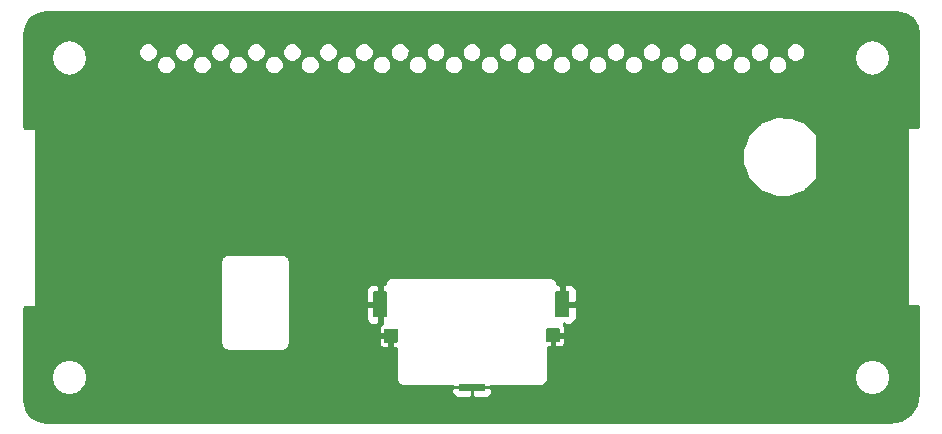
<source format=gtl>
G04 #@! TF.FileFunction,Copper,L1,Top,Signal*
%FSLAX46Y46*%
G04 Gerber Fmt 4.6, Leading zero omitted, Abs format (unit mm)*
G04 Created by KiCad (PCBNEW (2016-09-17 revision 679eef1)-makepkg) date 09/24/16 16:37:27*
%MOMM*%
%LPD*%
G01*
G04 APERTURE LIST*
%ADD10C,0.150000*%
%ADD11C,0.800000*%
%ADD12C,0.254000*%
G04 APERTURE END LIST*
D10*
G36*
X31681762Y-26940578D02*
X31693411Y-26942306D01*
X31704834Y-26945167D01*
X31715922Y-26949134D01*
X31726568Y-26954169D01*
X31736668Y-26960224D01*
X31746127Y-26967239D01*
X31754853Y-26975147D01*
X31762761Y-26983873D01*
X31769776Y-26993332D01*
X31775831Y-27003432D01*
X31780866Y-27014078D01*
X31784833Y-27025166D01*
X31787694Y-27036589D01*
X31789422Y-27048238D01*
X31790000Y-27060000D01*
X31790000Y-28020000D01*
X31789422Y-28031762D01*
X31787694Y-28043411D01*
X31784833Y-28054834D01*
X31780866Y-28065922D01*
X31775831Y-28076568D01*
X31769776Y-28086668D01*
X31762761Y-28096127D01*
X31754853Y-28104853D01*
X31746127Y-28112761D01*
X31736668Y-28119776D01*
X31726568Y-28125831D01*
X31715922Y-28130866D01*
X31704834Y-28134833D01*
X31693411Y-28137694D01*
X31681762Y-28139422D01*
X31670000Y-28140000D01*
X30710000Y-28140000D01*
X30698238Y-28139422D01*
X30686589Y-28137694D01*
X30675166Y-28134833D01*
X30664078Y-28130866D01*
X30653432Y-28125831D01*
X30643332Y-28119776D01*
X30633873Y-28112761D01*
X30625147Y-28104853D01*
X30617239Y-28096127D01*
X30610224Y-28086668D01*
X30604169Y-28076568D01*
X30599134Y-28065922D01*
X30595167Y-28054834D01*
X30592306Y-28043411D01*
X30590578Y-28031762D01*
X30590000Y-28020000D01*
X30590000Y-27060000D01*
X30590578Y-27048238D01*
X30592306Y-27036589D01*
X30595167Y-27025166D01*
X30599134Y-27014078D01*
X30604169Y-27003432D01*
X30610224Y-26993332D01*
X30617239Y-26983873D01*
X30625147Y-26975147D01*
X30633873Y-26967239D01*
X30643332Y-26960224D01*
X30653432Y-26954169D01*
X30664078Y-26949134D01*
X30675166Y-26945167D01*
X30686589Y-26942306D01*
X30698238Y-26940578D01*
X30710000Y-26940000D01*
X31670000Y-26940000D01*
X31681762Y-26940578D01*
X31681762Y-26940578D01*
G37*
G36*
X45421762Y-26910578D02*
X45433411Y-26912306D01*
X45444834Y-26915167D01*
X45455922Y-26919134D01*
X45466568Y-26924169D01*
X45476668Y-26930224D01*
X45486127Y-26937239D01*
X45494853Y-26945147D01*
X45502761Y-26953873D01*
X45509776Y-26963332D01*
X45515831Y-26973432D01*
X45520866Y-26984078D01*
X45524833Y-26995166D01*
X45527694Y-27006589D01*
X45529422Y-27018238D01*
X45530000Y-27030000D01*
X45530000Y-27990000D01*
X45529422Y-28001762D01*
X45527694Y-28013411D01*
X45524833Y-28024834D01*
X45520866Y-28035922D01*
X45515831Y-28046568D01*
X45509776Y-28056668D01*
X45502761Y-28066127D01*
X45494853Y-28074853D01*
X45486127Y-28082761D01*
X45476668Y-28089776D01*
X45466568Y-28095831D01*
X45455922Y-28100866D01*
X45444834Y-28104833D01*
X45433411Y-28107694D01*
X45421762Y-28109422D01*
X45410000Y-28110000D01*
X44450000Y-28110000D01*
X44438238Y-28109422D01*
X44426589Y-28107694D01*
X44415166Y-28104833D01*
X44404078Y-28100866D01*
X44393432Y-28095831D01*
X44383332Y-28089776D01*
X44373873Y-28082761D01*
X44365147Y-28074853D01*
X44357239Y-28066127D01*
X44350224Y-28056668D01*
X44344169Y-28046568D01*
X44339134Y-28035922D01*
X44335167Y-28024834D01*
X44332306Y-28013411D01*
X44330578Y-28001762D01*
X44330000Y-27990000D01*
X44330000Y-27030000D01*
X44330578Y-27018238D01*
X44332306Y-27006589D01*
X44335167Y-26995166D01*
X44339134Y-26984078D01*
X44344169Y-26973432D01*
X44350224Y-26963332D01*
X44357239Y-26953873D01*
X44365147Y-26945147D01*
X44373873Y-26937239D01*
X44383332Y-26930224D01*
X44393432Y-26924169D01*
X44404078Y-26919134D01*
X44415166Y-26915167D01*
X44426589Y-26912306D01*
X44438238Y-26910578D01*
X44450000Y-26910000D01*
X45410000Y-26910000D01*
X45421762Y-26910578D01*
X45421762Y-26910578D01*
G37*
G36*
X39105881Y-31600289D02*
X39111705Y-31601153D01*
X39117417Y-31602584D01*
X39122961Y-31604567D01*
X39128284Y-31607085D01*
X39133334Y-31610112D01*
X39138064Y-31613619D01*
X39142426Y-31617574D01*
X39146381Y-31621936D01*
X39149888Y-31626666D01*
X39152915Y-31631716D01*
X39155433Y-31637039D01*
X39157416Y-31642583D01*
X39158847Y-31648295D01*
X39159711Y-31654119D01*
X39160000Y-31660000D01*
X39160000Y-32140000D01*
X39159711Y-32145881D01*
X39158847Y-32151705D01*
X39157416Y-32157417D01*
X39155433Y-32162961D01*
X39152915Y-32168284D01*
X39149888Y-32173334D01*
X39146381Y-32178064D01*
X39142426Y-32182426D01*
X39138064Y-32186381D01*
X39133334Y-32189888D01*
X39128284Y-32192915D01*
X39122961Y-32195433D01*
X39117417Y-32197416D01*
X39111705Y-32198847D01*
X39105881Y-32199711D01*
X39100000Y-32200000D01*
X37020000Y-32200000D01*
X37014119Y-32199711D01*
X37008295Y-32198847D01*
X37002583Y-32197416D01*
X36997039Y-32195433D01*
X36991716Y-32192915D01*
X36986666Y-32189888D01*
X36981936Y-32186381D01*
X36977574Y-32182426D01*
X36973619Y-32178064D01*
X36970112Y-32173334D01*
X36967085Y-32168284D01*
X36964567Y-32162961D01*
X36962584Y-32157417D01*
X36961153Y-32151705D01*
X36960289Y-32145881D01*
X36960000Y-32140000D01*
X36960000Y-31660000D01*
X36960289Y-31654119D01*
X36961153Y-31648295D01*
X36962584Y-31642583D01*
X36964567Y-31637039D01*
X36967085Y-31631716D01*
X36970112Y-31626666D01*
X36973619Y-31621936D01*
X36977574Y-31617574D01*
X36981936Y-31613619D01*
X36986666Y-31610112D01*
X36991716Y-31607085D01*
X36997039Y-31604567D01*
X37002583Y-31602584D01*
X37008295Y-31601153D01*
X37014119Y-31600289D01*
X37020000Y-31600000D01*
X39100000Y-31600000D01*
X39105881Y-31600289D01*
X39105881Y-31600289D01*
G37*
G36*
X30781762Y-23780578D02*
X30793411Y-23782306D01*
X30804834Y-23785167D01*
X30815922Y-23789134D01*
X30826568Y-23794169D01*
X30836668Y-23800224D01*
X30846127Y-23807239D01*
X30854853Y-23815147D01*
X30862761Y-23823873D01*
X30869776Y-23833332D01*
X30875831Y-23843432D01*
X30880866Y-23854078D01*
X30884833Y-23865166D01*
X30887694Y-23876589D01*
X30889422Y-23888238D01*
X30890000Y-23900000D01*
X30890000Y-25860000D01*
X30889422Y-25871762D01*
X30887694Y-25883411D01*
X30884833Y-25894834D01*
X30880866Y-25905922D01*
X30875831Y-25916568D01*
X30869776Y-25926668D01*
X30862761Y-25936127D01*
X30854853Y-25944853D01*
X30846127Y-25952761D01*
X30836668Y-25959776D01*
X30826568Y-25965831D01*
X30815922Y-25970866D01*
X30804834Y-25974833D01*
X30793411Y-25977694D01*
X30781762Y-25979422D01*
X30770000Y-25980000D01*
X29810000Y-25980000D01*
X29798238Y-25979422D01*
X29786589Y-25977694D01*
X29775166Y-25974833D01*
X29764078Y-25970866D01*
X29753432Y-25965831D01*
X29743332Y-25959776D01*
X29733873Y-25952761D01*
X29725147Y-25944853D01*
X29717239Y-25936127D01*
X29710224Y-25926668D01*
X29704169Y-25916568D01*
X29699134Y-25905922D01*
X29695167Y-25894834D01*
X29692306Y-25883411D01*
X29690578Y-25871762D01*
X29690000Y-25860000D01*
X29690000Y-23900000D01*
X29690578Y-23888238D01*
X29692306Y-23876589D01*
X29695167Y-23865166D01*
X29699134Y-23854078D01*
X29704169Y-23843432D01*
X29710224Y-23833332D01*
X29717239Y-23823873D01*
X29725147Y-23815147D01*
X29733873Y-23807239D01*
X29743332Y-23800224D01*
X29753432Y-23794169D01*
X29764078Y-23789134D01*
X29775166Y-23785167D01*
X29786589Y-23782306D01*
X29798238Y-23780578D01*
X29810000Y-23780000D01*
X30770000Y-23780000D01*
X30781762Y-23780578D01*
X30781762Y-23780578D01*
G37*
D11*
X60510227Y-12373718D03*
X61026029Y-10448718D03*
X62435227Y-9039520D03*
X64360227Y-8523718D03*
X66285227Y-9039520D03*
X67694425Y-10448718D03*
X68210227Y-12373718D03*
X67694425Y-14298718D03*
X66285227Y-15707916D03*
X64360227Y-16223718D03*
X62435227Y-15707916D03*
X61026029Y-14298718D03*
D10*
G36*
X46194501Y-23775579D02*
X46206150Y-23777307D01*
X46217573Y-23780168D01*
X46228661Y-23784135D01*
X46239307Y-23789170D01*
X46249407Y-23795225D01*
X46258866Y-23802240D01*
X46267592Y-23810148D01*
X46275500Y-23818874D01*
X46282515Y-23828333D01*
X46288570Y-23838433D01*
X46293605Y-23849079D01*
X46297572Y-23860167D01*
X46300433Y-23871590D01*
X46302161Y-23883239D01*
X46302739Y-23895001D01*
X46302739Y-25855001D01*
X46302161Y-25866763D01*
X46300433Y-25878412D01*
X46297572Y-25889835D01*
X46293605Y-25900923D01*
X46288570Y-25911569D01*
X46282515Y-25921669D01*
X46275500Y-25931128D01*
X46267592Y-25939854D01*
X46258866Y-25947762D01*
X46249407Y-25954777D01*
X46239307Y-25960832D01*
X46228661Y-25965867D01*
X46217573Y-25969834D01*
X46206150Y-25972695D01*
X46194501Y-25974423D01*
X46182739Y-25975001D01*
X45222739Y-25975001D01*
X45210977Y-25974423D01*
X45199328Y-25972695D01*
X45187905Y-25969834D01*
X45176817Y-25965867D01*
X45166171Y-25960832D01*
X45156071Y-25954777D01*
X45146612Y-25947762D01*
X45137886Y-25939854D01*
X45129978Y-25931128D01*
X45122963Y-25921669D01*
X45116908Y-25911569D01*
X45111873Y-25900923D01*
X45107906Y-25889835D01*
X45105045Y-25878412D01*
X45103317Y-25866763D01*
X45102739Y-25855001D01*
X45102739Y-23895001D01*
X45103317Y-23883239D01*
X45105045Y-23871590D01*
X45107906Y-23860167D01*
X45111873Y-23849079D01*
X45116908Y-23838433D01*
X45122963Y-23828333D01*
X45129978Y-23818874D01*
X45137886Y-23810148D01*
X45146612Y-23802240D01*
X45156071Y-23795225D01*
X45166171Y-23789170D01*
X45176817Y-23784135D01*
X45187905Y-23780168D01*
X45199328Y-23777307D01*
X45210977Y-23775579D01*
X45222739Y-23775001D01*
X46182739Y-23775001D01*
X46194501Y-23775579D01*
X46194501Y-23775579D01*
G37*
D12*
G36*
X74701912Y-281292D02*
X75305443Y-684557D01*
X75708708Y-1288088D01*
X75853000Y-2013495D01*
X75853000Y-9706505D01*
X75838112Y-9781352D01*
X75803361Y-9833360D01*
X75751352Y-9868112D01*
X75676505Y-9883000D01*
X74999999Y-9883000D01*
X74947571Y-9893429D01*
X74903125Y-9923126D01*
X74873428Y-9967572D01*
X74862999Y-10020000D01*
X74863000Y-24860000D01*
X74873429Y-24912428D01*
X74903126Y-24956874D01*
X74947572Y-24986571D01*
X75000000Y-24997000D01*
X75676505Y-24997000D01*
X75751352Y-25011888D01*
X75803361Y-25046640D01*
X75838112Y-25098648D01*
X75853000Y-25173495D01*
X75853000Y-32486505D01*
X75671408Y-33399429D01*
X75161926Y-34161923D01*
X74399429Y-34671408D01*
X73486495Y-34853002D01*
X2013486Y-34862998D01*
X1288088Y-34718708D01*
X684557Y-34315443D01*
X281292Y-33711912D01*
X137000Y-32986505D01*
X137000Y-31035000D01*
X2408000Y-31035000D01*
X2524997Y-31623184D01*
X2858177Y-32121823D01*
X3356816Y-32455003D01*
X3945000Y-32572000D01*
X4533184Y-32455003D01*
X5031823Y-32121823D01*
X5059935Y-32079750D01*
X36333000Y-32079750D01*
X36333000Y-32324718D01*
X36428455Y-32555167D01*
X36604833Y-32731545D01*
X36835282Y-32827000D01*
X37880250Y-32827000D01*
X38037000Y-32670250D01*
X38037000Y-31923000D01*
X38083000Y-31923000D01*
X38083000Y-32670250D01*
X38239750Y-32827000D01*
X39284718Y-32827000D01*
X39515167Y-32731545D01*
X39691545Y-32555167D01*
X39787000Y-32324718D01*
X39787000Y-32079750D01*
X39630250Y-31923000D01*
X38083000Y-31923000D01*
X38037000Y-31923000D01*
X36489750Y-31923000D01*
X36333000Y-32079750D01*
X5059935Y-32079750D01*
X5365003Y-31623184D01*
X5482000Y-31035000D01*
X5365003Y-30446816D01*
X5031823Y-29948177D01*
X4533184Y-29614997D01*
X3945000Y-29498000D01*
X3356816Y-29614997D01*
X2858177Y-29948177D01*
X2524997Y-30446816D01*
X2408000Y-31035000D01*
X137000Y-31035000D01*
X137000Y-25273495D01*
X151888Y-25198648D01*
X186640Y-25146639D01*
X238648Y-25111888D01*
X313495Y-25097000D01*
X990000Y-25097000D01*
X1042428Y-25086571D01*
X1086874Y-25056874D01*
X1116571Y-25012428D01*
X1127000Y-24960000D01*
X1127000Y-21277916D01*
X16758227Y-21277916D01*
X16758227Y-28127916D01*
X16761628Y-28145014D01*
X16761628Y-28162447D01*
X16799688Y-28353789D01*
X16799688Y-28353790D01*
X16826117Y-28417595D01*
X16934502Y-28579804D01*
X16983337Y-28628639D01*
X17145548Y-28737026D01*
X17145549Y-28737027D01*
X17182925Y-28752508D01*
X17209353Y-28763455D01*
X17209354Y-28763455D01*
X17400697Y-28801515D01*
X17418129Y-28801515D01*
X17435227Y-28804916D01*
X21985227Y-28804916D01*
X22002325Y-28801515D01*
X22019758Y-28801515D01*
X22211100Y-28763455D01*
X22211101Y-28763455D01*
X22274906Y-28737026D01*
X22437117Y-28628639D01*
X22485952Y-28579804D01*
X22594337Y-28417595D01*
X22594338Y-28417594D01*
X22620766Y-28353789D01*
X22658826Y-28162446D01*
X22658826Y-28145014D01*
X22662227Y-28127916D01*
X22662227Y-27769750D01*
X30163000Y-27769750D01*
X30163000Y-28224936D01*
X30228007Y-28381876D01*
X30348124Y-28501993D01*
X30505065Y-28567000D01*
X30960250Y-28567000D01*
X31067000Y-28460250D01*
X31067000Y-27663000D01*
X30269750Y-27663000D01*
X30163000Y-27769750D01*
X22662227Y-27769750D01*
X22662227Y-26855064D01*
X30163000Y-26855064D01*
X30163000Y-27310250D01*
X30269750Y-27417000D01*
X31067000Y-27417000D01*
X31067000Y-27397000D01*
X31313000Y-27397000D01*
X31313000Y-27417000D01*
X31333000Y-27417000D01*
X31333000Y-27663000D01*
X31313000Y-27663000D01*
X31313000Y-28460250D01*
X31419750Y-28567000D01*
X31608227Y-28567000D01*
X31608227Y-31127916D01*
X31611628Y-31145014D01*
X31611628Y-31162447D01*
X31649688Y-31353789D01*
X31649688Y-31353790D01*
X31676117Y-31417595D01*
X31784502Y-31579804D01*
X31833337Y-31628639D01*
X31995548Y-31737026D01*
X31995549Y-31737027D01*
X32032925Y-31752508D01*
X32059353Y-31763455D01*
X32059354Y-31763455D01*
X32250697Y-31801515D01*
X32268129Y-31801515D01*
X32285227Y-31804916D01*
X36417666Y-31804916D01*
X36489750Y-31877000D01*
X38037000Y-31877000D01*
X38037000Y-31857000D01*
X38083000Y-31857000D01*
X38083000Y-31877000D01*
X39630250Y-31877000D01*
X39702334Y-31804916D01*
X43835227Y-31804916D01*
X43852325Y-31801515D01*
X43869758Y-31801515D01*
X44061100Y-31763455D01*
X44061101Y-31763455D01*
X44124906Y-31737026D01*
X44287117Y-31628639D01*
X44335952Y-31579804D01*
X44444337Y-31417595D01*
X44444338Y-31417594D01*
X44470766Y-31353789D01*
X44508826Y-31162446D01*
X44508826Y-31145014D01*
X44512227Y-31127916D01*
X44512227Y-31060000D01*
X70383000Y-31060000D01*
X70499997Y-31648184D01*
X70833177Y-32146823D01*
X71331816Y-32480003D01*
X71920000Y-32597000D01*
X72508184Y-32480003D01*
X73006823Y-32146823D01*
X73340003Y-31648184D01*
X73457000Y-31060000D01*
X73340003Y-30471816D01*
X73006823Y-29973177D01*
X72508184Y-29639997D01*
X71920000Y-29523000D01*
X71331816Y-29639997D01*
X70833177Y-29973177D01*
X70499997Y-30471816D01*
X70383000Y-31060000D01*
X44512227Y-31060000D01*
X44512227Y-28537000D01*
X44700250Y-28537000D01*
X44807000Y-28430250D01*
X44807000Y-27633000D01*
X45053000Y-27633000D01*
X45053000Y-28430250D01*
X45159750Y-28537000D01*
X45614935Y-28537000D01*
X45771876Y-28471993D01*
X45891993Y-28351876D01*
X45957000Y-28194936D01*
X45957000Y-27739750D01*
X45850250Y-27633000D01*
X45053000Y-27633000D01*
X44807000Y-27633000D01*
X44787000Y-27633000D01*
X44787000Y-27387000D01*
X44807000Y-27387000D01*
X44807000Y-27367000D01*
X45053000Y-27367000D01*
X45053000Y-27387000D01*
X45850250Y-27387000D01*
X45957000Y-27280250D01*
X45957000Y-26825064D01*
X45891993Y-26668124D01*
X45825741Y-26601872D01*
X45825741Y-26445253D01*
X45982489Y-26602001D01*
X46427457Y-26602001D01*
X46657906Y-26506546D01*
X46834284Y-26330168D01*
X46929739Y-26099719D01*
X46929739Y-25154751D01*
X46772989Y-24998001D01*
X45825739Y-24998001D01*
X45825739Y-25018001D01*
X45579739Y-25018001D01*
X45579739Y-24998001D01*
X45559739Y-24998001D01*
X45559739Y-24752001D01*
X45579739Y-24752001D01*
X45579739Y-23304751D01*
X45825739Y-23304751D01*
X45825739Y-24752001D01*
X46772989Y-24752001D01*
X46929739Y-24595251D01*
X46929739Y-23650283D01*
X46834284Y-23419834D01*
X46657906Y-23243456D01*
X46427457Y-23148001D01*
X45982489Y-23148001D01*
X45825739Y-23304751D01*
X45579739Y-23304751D01*
X45422989Y-23148001D01*
X45299798Y-23148001D01*
X45270766Y-23002043D01*
X45244338Y-22938238D01*
X45244337Y-22938237D01*
X45135950Y-22776026D01*
X45087115Y-22727191D01*
X44924906Y-22618806D01*
X44861101Y-22592377D01*
X44861100Y-22592377D01*
X44669758Y-22554317D01*
X44652325Y-22554317D01*
X44635227Y-22550916D01*
X31335227Y-22550916D01*
X31318129Y-22554317D01*
X31300697Y-22554317D01*
X31109354Y-22592377D01*
X31109353Y-22592377D01*
X31084291Y-22602758D01*
X31045549Y-22618805D01*
X31045548Y-22618806D01*
X30883339Y-22727191D01*
X30834504Y-22776026D01*
X30726117Y-22938237D01*
X30726117Y-22938238D01*
X30699688Y-23002043D01*
X30669661Y-23153000D01*
X30569750Y-23153000D01*
X30413000Y-23309750D01*
X30413000Y-24757000D01*
X30433000Y-24757000D01*
X30433000Y-25003000D01*
X30413000Y-25003000D01*
X30413000Y-26450250D01*
X30484336Y-26521586D01*
X30348124Y-26578007D01*
X30228007Y-26698124D01*
X30163000Y-26855064D01*
X22662227Y-26855064D01*
X22662227Y-25159750D01*
X29063000Y-25159750D01*
X29063000Y-26104718D01*
X29158455Y-26335167D01*
X29334833Y-26511545D01*
X29565282Y-26607000D01*
X30010250Y-26607000D01*
X30167000Y-26450250D01*
X30167000Y-25003000D01*
X29219750Y-25003000D01*
X29063000Y-25159750D01*
X22662227Y-25159750D01*
X22662227Y-23655282D01*
X29063000Y-23655282D01*
X29063000Y-24600250D01*
X29219750Y-24757000D01*
X30167000Y-24757000D01*
X30167000Y-23309750D01*
X30010250Y-23153000D01*
X29565282Y-23153000D01*
X29334833Y-23248455D01*
X29158455Y-23424833D01*
X29063000Y-23655282D01*
X22662227Y-23655282D01*
X22662227Y-21277916D01*
X22658826Y-21260818D01*
X22658826Y-21243386D01*
X22620766Y-21052043D01*
X22594338Y-20988238D01*
X22594337Y-20988237D01*
X22485950Y-20826026D01*
X22437115Y-20777191D01*
X22274906Y-20668806D01*
X22211101Y-20642377D01*
X22211100Y-20642377D01*
X22019758Y-20604317D01*
X22002325Y-20604317D01*
X21985227Y-20600916D01*
X17435227Y-20600916D01*
X17418129Y-20604317D01*
X17400697Y-20604317D01*
X17209354Y-20642377D01*
X17209353Y-20642377D01*
X17184291Y-20652758D01*
X17145549Y-20668805D01*
X17145548Y-20668806D01*
X16983339Y-20777191D01*
X16934504Y-20826026D01*
X16826117Y-20988237D01*
X16826117Y-20988238D01*
X16799688Y-21052043D01*
X16761628Y-21243385D01*
X16761628Y-21260818D01*
X16758227Y-21277916D01*
X1127000Y-21277916D01*
X1127000Y-13002737D01*
X60969175Y-13002737D01*
X60984434Y-13080062D01*
X60984435Y-13080063D01*
X61468018Y-14252551D01*
X61468019Y-14252556D01*
X61473845Y-14261303D01*
X61511708Y-14318156D01*
X61511711Y-14318158D01*
X62407173Y-15216334D01*
X62407175Y-15216337D01*
X62433449Y-15233951D01*
X62472642Y-15260225D01*
X62472647Y-15260226D01*
X63643662Y-15747354D01*
X63643666Y-15747357D01*
X63720944Y-15762850D01*
X64989246Y-15764770D01*
X65066571Y-15749511D01*
X65066573Y-15749509D01*
X66239060Y-15265927D01*
X66239065Y-15265926D01*
X66278441Y-15239702D01*
X66304665Y-15222237D01*
X66304667Y-15222234D01*
X67202846Y-14326769D01*
X67202931Y-14326642D01*
X67203063Y-14326554D01*
X67224979Y-14293755D01*
X67246734Y-14261303D01*
X67246765Y-14261149D01*
X67246851Y-14261020D01*
X67254408Y-14223028D01*
X67262228Y-14184024D01*
X67262197Y-14183868D01*
X67262227Y-14183718D01*
X67262227Y-10563723D01*
X67262228Y-10563718D01*
X67246851Y-10486416D01*
X67203063Y-10420882D01*
X66313063Y-9530882D01*
X66280185Y-9508914D01*
X66247812Y-9487212D01*
X66247530Y-9487095D01*
X66247529Y-9487094D01*
X66247528Y-9487094D01*
X65076789Y-9000080D01*
X65076790Y-9000080D01*
X65076788Y-9000079D01*
X65015003Y-8987692D01*
X64999510Y-8984586D01*
X64999509Y-8984586D01*
X63731208Y-8982666D01*
X63653883Y-8997925D01*
X62481394Y-9481509D01*
X62481389Y-9481510D01*
X62415790Y-9525199D01*
X61517608Y-10420666D01*
X61473720Y-10486133D01*
X61473719Y-10486138D01*
X60986590Y-11657155D01*
X60986588Y-11657157D01*
X60971095Y-11734436D01*
X60969175Y-13002737D01*
X1127000Y-13002737D01*
X1127000Y-10120000D01*
X1116571Y-10067572D01*
X1086874Y-10023126D01*
X1042428Y-9993429D01*
X990000Y-9983000D01*
X313495Y-9983000D01*
X238648Y-9968112D01*
X186640Y-9933361D01*
X151888Y-9881352D01*
X137000Y-9806505D01*
X137000Y-3985000D01*
X2408000Y-3985000D01*
X2524997Y-4573184D01*
X2858177Y-5071823D01*
X3356816Y-5405003D01*
X3945000Y-5522000D01*
X4533184Y-5405003D01*
X5031823Y-5071823D01*
X5237651Y-4763779D01*
X11328357Y-4763779D01*
X11453995Y-5067846D01*
X11686430Y-5300688D01*
X11990278Y-5426856D01*
X12319279Y-5427143D01*
X12623346Y-5301505D01*
X12856188Y-5069070D01*
X12982356Y-4765222D01*
X12982357Y-4763779D01*
X14373857Y-4763779D01*
X14499495Y-5067846D01*
X14731930Y-5300688D01*
X15035778Y-5426856D01*
X15364779Y-5427143D01*
X15668846Y-5301505D01*
X15901688Y-5069070D01*
X16027856Y-4765222D01*
X16027857Y-4763779D01*
X17419357Y-4763779D01*
X17544995Y-5067846D01*
X17777430Y-5300688D01*
X18081278Y-5426856D01*
X18410279Y-5427143D01*
X18714346Y-5301505D01*
X18947188Y-5069070D01*
X19073356Y-4765222D01*
X19073357Y-4763779D01*
X20464857Y-4763779D01*
X20590495Y-5067846D01*
X20822930Y-5300688D01*
X21126778Y-5426856D01*
X21455779Y-5427143D01*
X21759846Y-5301505D01*
X21992688Y-5069070D01*
X22118856Y-4765222D01*
X22118857Y-4763779D01*
X23510357Y-4763779D01*
X23635995Y-5067846D01*
X23868430Y-5300688D01*
X24172278Y-5426856D01*
X24501279Y-5427143D01*
X24805346Y-5301505D01*
X25038188Y-5069070D01*
X25164356Y-4765222D01*
X25164357Y-4763779D01*
X26555857Y-4763779D01*
X26681495Y-5067846D01*
X26913930Y-5300688D01*
X27217778Y-5426856D01*
X27546779Y-5427143D01*
X27850846Y-5301505D01*
X28083688Y-5069070D01*
X28209856Y-4765222D01*
X28209857Y-4763779D01*
X29601357Y-4763779D01*
X29726995Y-5067846D01*
X29959430Y-5300688D01*
X30263278Y-5426856D01*
X30592279Y-5427143D01*
X30896346Y-5301505D01*
X31129188Y-5069070D01*
X31255356Y-4765222D01*
X31255357Y-4763779D01*
X32646857Y-4763779D01*
X32772495Y-5067846D01*
X33004930Y-5300688D01*
X33308778Y-5426856D01*
X33637779Y-5427143D01*
X33941846Y-5301505D01*
X34174688Y-5069070D01*
X34300856Y-4765222D01*
X34300857Y-4763779D01*
X35692357Y-4763779D01*
X35817995Y-5067846D01*
X36050430Y-5300688D01*
X36354278Y-5426856D01*
X36683279Y-5427143D01*
X36987346Y-5301505D01*
X37220188Y-5069070D01*
X37346356Y-4765222D01*
X37346357Y-4763779D01*
X38737857Y-4763779D01*
X38863495Y-5067846D01*
X39095930Y-5300688D01*
X39399778Y-5426856D01*
X39728779Y-5427143D01*
X40032846Y-5301505D01*
X40265688Y-5069070D01*
X40391856Y-4765222D01*
X40391857Y-4763779D01*
X41783357Y-4763779D01*
X41908995Y-5067846D01*
X42141430Y-5300688D01*
X42445278Y-5426856D01*
X42774279Y-5427143D01*
X43078346Y-5301505D01*
X43311188Y-5069070D01*
X43437356Y-4765222D01*
X43437357Y-4763779D01*
X44828857Y-4763779D01*
X44954495Y-5067846D01*
X45186930Y-5300688D01*
X45490778Y-5426856D01*
X45819779Y-5427143D01*
X46123846Y-5301505D01*
X46356688Y-5069070D01*
X46482856Y-4765222D01*
X46482857Y-4763779D01*
X47874357Y-4763779D01*
X47999995Y-5067846D01*
X48232430Y-5300688D01*
X48536278Y-5426856D01*
X48865279Y-5427143D01*
X49169346Y-5301505D01*
X49402188Y-5069070D01*
X49528356Y-4765222D01*
X49528357Y-4763779D01*
X50919857Y-4763779D01*
X51045495Y-5067846D01*
X51277930Y-5300688D01*
X51581778Y-5426856D01*
X51910779Y-5427143D01*
X52214846Y-5301505D01*
X52447688Y-5069070D01*
X52573856Y-4765222D01*
X52573857Y-4763779D01*
X53965357Y-4763779D01*
X54090995Y-5067846D01*
X54323430Y-5300688D01*
X54627278Y-5426856D01*
X54956279Y-5427143D01*
X55260346Y-5301505D01*
X55493188Y-5069070D01*
X55619356Y-4765222D01*
X55619357Y-4763779D01*
X57010857Y-4763779D01*
X57136495Y-5067846D01*
X57368930Y-5300688D01*
X57672778Y-5426856D01*
X58001779Y-5427143D01*
X58305846Y-5301505D01*
X58538688Y-5069070D01*
X58664856Y-4765222D01*
X58664857Y-4763779D01*
X60056357Y-4763779D01*
X60181995Y-5067846D01*
X60414430Y-5300688D01*
X60718278Y-5426856D01*
X61047279Y-5427143D01*
X61351346Y-5301505D01*
X61584188Y-5069070D01*
X61710356Y-4765222D01*
X61710357Y-4763779D01*
X63101857Y-4763779D01*
X63227495Y-5067846D01*
X63459930Y-5300688D01*
X63763778Y-5426856D01*
X64092779Y-5427143D01*
X64396846Y-5301505D01*
X64629688Y-5069070D01*
X64755856Y-4765222D01*
X64756143Y-4436221D01*
X64630505Y-4132154D01*
X64398070Y-3899312D01*
X64094222Y-3773144D01*
X63765221Y-3772857D01*
X63461154Y-3898495D01*
X63228312Y-4130930D01*
X63102144Y-4434778D01*
X63101857Y-4763779D01*
X61710357Y-4763779D01*
X61710643Y-4436221D01*
X61585005Y-4132154D01*
X61352570Y-3899312D01*
X61048722Y-3773144D01*
X60719721Y-3772857D01*
X60415654Y-3898495D01*
X60182812Y-4130930D01*
X60056644Y-4434778D01*
X60056357Y-4763779D01*
X58664857Y-4763779D01*
X58665143Y-4436221D01*
X58539505Y-4132154D01*
X58307070Y-3899312D01*
X58003222Y-3773144D01*
X57674221Y-3772857D01*
X57370154Y-3898495D01*
X57137312Y-4130930D01*
X57011144Y-4434778D01*
X57010857Y-4763779D01*
X55619357Y-4763779D01*
X55619643Y-4436221D01*
X55494005Y-4132154D01*
X55261570Y-3899312D01*
X54957722Y-3773144D01*
X54628721Y-3772857D01*
X54324654Y-3898495D01*
X54091812Y-4130930D01*
X53965644Y-4434778D01*
X53965357Y-4763779D01*
X52573857Y-4763779D01*
X52574143Y-4436221D01*
X52448505Y-4132154D01*
X52216070Y-3899312D01*
X51912222Y-3773144D01*
X51583221Y-3772857D01*
X51279154Y-3898495D01*
X51046312Y-4130930D01*
X50920144Y-4434778D01*
X50919857Y-4763779D01*
X49528357Y-4763779D01*
X49528643Y-4436221D01*
X49403005Y-4132154D01*
X49170570Y-3899312D01*
X48866722Y-3773144D01*
X48537721Y-3772857D01*
X48233654Y-3898495D01*
X48000812Y-4130930D01*
X47874644Y-4434778D01*
X47874357Y-4763779D01*
X46482857Y-4763779D01*
X46483143Y-4436221D01*
X46357505Y-4132154D01*
X46125070Y-3899312D01*
X45821222Y-3773144D01*
X45492221Y-3772857D01*
X45188154Y-3898495D01*
X44955312Y-4130930D01*
X44829144Y-4434778D01*
X44828857Y-4763779D01*
X43437357Y-4763779D01*
X43437643Y-4436221D01*
X43312005Y-4132154D01*
X43079570Y-3899312D01*
X42775722Y-3773144D01*
X42446721Y-3772857D01*
X42142654Y-3898495D01*
X41909812Y-4130930D01*
X41783644Y-4434778D01*
X41783357Y-4763779D01*
X40391857Y-4763779D01*
X40392143Y-4436221D01*
X40266505Y-4132154D01*
X40034070Y-3899312D01*
X39730222Y-3773144D01*
X39401221Y-3772857D01*
X39097154Y-3898495D01*
X38864312Y-4130930D01*
X38738144Y-4434778D01*
X38737857Y-4763779D01*
X37346357Y-4763779D01*
X37346643Y-4436221D01*
X37221005Y-4132154D01*
X36988570Y-3899312D01*
X36684722Y-3773144D01*
X36355721Y-3772857D01*
X36051654Y-3898495D01*
X35818812Y-4130930D01*
X35692644Y-4434778D01*
X35692357Y-4763779D01*
X34300857Y-4763779D01*
X34301143Y-4436221D01*
X34175505Y-4132154D01*
X33943070Y-3899312D01*
X33639222Y-3773144D01*
X33310221Y-3772857D01*
X33006154Y-3898495D01*
X32773312Y-4130930D01*
X32647144Y-4434778D01*
X32646857Y-4763779D01*
X31255357Y-4763779D01*
X31255643Y-4436221D01*
X31130005Y-4132154D01*
X30897570Y-3899312D01*
X30593722Y-3773144D01*
X30264721Y-3772857D01*
X29960654Y-3898495D01*
X29727812Y-4130930D01*
X29601644Y-4434778D01*
X29601357Y-4763779D01*
X28209857Y-4763779D01*
X28210143Y-4436221D01*
X28084505Y-4132154D01*
X27852070Y-3899312D01*
X27548222Y-3773144D01*
X27219221Y-3772857D01*
X26915154Y-3898495D01*
X26682312Y-4130930D01*
X26556144Y-4434778D01*
X26555857Y-4763779D01*
X25164357Y-4763779D01*
X25164643Y-4436221D01*
X25039005Y-4132154D01*
X24806570Y-3899312D01*
X24502722Y-3773144D01*
X24173721Y-3772857D01*
X23869654Y-3898495D01*
X23636812Y-4130930D01*
X23510644Y-4434778D01*
X23510357Y-4763779D01*
X22118857Y-4763779D01*
X22119143Y-4436221D01*
X21993505Y-4132154D01*
X21761070Y-3899312D01*
X21457222Y-3773144D01*
X21128221Y-3772857D01*
X20824154Y-3898495D01*
X20591312Y-4130930D01*
X20465144Y-4434778D01*
X20464857Y-4763779D01*
X19073357Y-4763779D01*
X19073643Y-4436221D01*
X18948005Y-4132154D01*
X18715570Y-3899312D01*
X18411722Y-3773144D01*
X18082721Y-3772857D01*
X17778654Y-3898495D01*
X17545812Y-4130930D01*
X17419644Y-4434778D01*
X17419357Y-4763779D01*
X16027857Y-4763779D01*
X16028143Y-4436221D01*
X15902505Y-4132154D01*
X15670070Y-3899312D01*
X15366222Y-3773144D01*
X15037221Y-3772857D01*
X14733154Y-3898495D01*
X14500312Y-4130930D01*
X14374144Y-4434778D01*
X14373857Y-4763779D01*
X12982357Y-4763779D01*
X12982643Y-4436221D01*
X12857005Y-4132154D01*
X12624570Y-3899312D01*
X12320722Y-3773144D01*
X11991721Y-3772857D01*
X11687654Y-3898495D01*
X11454812Y-4130930D01*
X11328644Y-4434778D01*
X11328357Y-4763779D01*
X5237651Y-4763779D01*
X5365003Y-4573184D01*
X5482000Y-3985000D01*
X5426062Y-3703779D01*
X9808357Y-3703779D01*
X9933995Y-4007846D01*
X10166430Y-4240688D01*
X10470278Y-4366856D01*
X10799279Y-4367143D01*
X11103346Y-4241505D01*
X11336188Y-4009070D01*
X11462356Y-3705222D01*
X11462357Y-3703779D01*
X12853857Y-3703779D01*
X12979495Y-4007846D01*
X13211930Y-4240688D01*
X13515778Y-4366856D01*
X13844779Y-4367143D01*
X14148846Y-4241505D01*
X14381688Y-4009070D01*
X14507856Y-3705222D01*
X14507857Y-3703779D01*
X15899357Y-3703779D01*
X16024995Y-4007846D01*
X16257430Y-4240688D01*
X16561278Y-4366856D01*
X16890279Y-4367143D01*
X17194346Y-4241505D01*
X17427188Y-4009070D01*
X17553356Y-3705222D01*
X17553357Y-3703779D01*
X18944857Y-3703779D01*
X19070495Y-4007846D01*
X19302930Y-4240688D01*
X19606778Y-4366856D01*
X19935779Y-4367143D01*
X20239846Y-4241505D01*
X20472688Y-4009070D01*
X20598856Y-3705222D01*
X20598857Y-3703779D01*
X21990357Y-3703779D01*
X22115995Y-4007846D01*
X22348430Y-4240688D01*
X22652278Y-4366856D01*
X22981279Y-4367143D01*
X23285346Y-4241505D01*
X23518188Y-4009070D01*
X23644356Y-3705222D01*
X23644357Y-3703779D01*
X25035857Y-3703779D01*
X25161495Y-4007846D01*
X25393930Y-4240688D01*
X25697778Y-4366856D01*
X26026779Y-4367143D01*
X26330846Y-4241505D01*
X26563688Y-4009070D01*
X26689856Y-3705222D01*
X26689857Y-3703779D01*
X28081357Y-3703779D01*
X28206995Y-4007846D01*
X28439430Y-4240688D01*
X28743278Y-4366856D01*
X29072279Y-4367143D01*
X29376346Y-4241505D01*
X29609188Y-4009070D01*
X29735356Y-3705222D01*
X29735357Y-3703779D01*
X31126857Y-3703779D01*
X31252495Y-4007846D01*
X31484930Y-4240688D01*
X31788778Y-4366856D01*
X32117779Y-4367143D01*
X32421846Y-4241505D01*
X32654688Y-4009070D01*
X32780856Y-3705222D01*
X32780857Y-3703779D01*
X34172357Y-3703779D01*
X34297995Y-4007846D01*
X34530430Y-4240688D01*
X34834278Y-4366856D01*
X35163279Y-4367143D01*
X35467346Y-4241505D01*
X35700188Y-4009070D01*
X35826356Y-3705222D01*
X35826357Y-3703779D01*
X37217857Y-3703779D01*
X37343495Y-4007846D01*
X37575930Y-4240688D01*
X37879778Y-4366856D01*
X38208779Y-4367143D01*
X38512846Y-4241505D01*
X38745688Y-4009070D01*
X38871856Y-3705222D01*
X38871857Y-3703779D01*
X40263357Y-3703779D01*
X40388995Y-4007846D01*
X40621430Y-4240688D01*
X40925278Y-4366856D01*
X41254279Y-4367143D01*
X41558346Y-4241505D01*
X41791188Y-4009070D01*
X41917356Y-3705222D01*
X41917357Y-3703779D01*
X43308857Y-3703779D01*
X43434495Y-4007846D01*
X43666930Y-4240688D01*
X43970778Y-4366856D01*
X44299779Y-4367143D01*
X44603846Y-4241505D01*
X44836688Y-4009070D01*
X44962856Y-3705222D01*
X44962857Y-3703779D01*
X46354357Y-3703779D01*
X46479995Y-4007846D01*
X46712430Y-4240688D01*
X47016278Y-4366856D01*
X47345279Y-4367143D01*
X47649346Y-4241505D01*
X47882188Y-4009070D01*
X48008356Y-3705222D01*
X48008357Y-3703779D01*
X49399857Y-3703779D01*
X49525495Y-4007846D01*
X49757930Y-4240688D01*
X50061778Y-4366856D01*
X50390779Y-4367143D01*
X50694846Y-4241505D01*
X50927688Y-4009070D01*
X51053856Y-3705222D01*
X51053857Y-3703779D01*
X52445357Y-3703779D01*
X52570995Y-4007846D01*
X52803430Y-4240688D01*
X53107278Y-4366856D01*
X53436279Y-4367143D01*
X53740346Y-4241505D01*
X53973188Y-4009070D01*
X54099356Y-3705222D01*
X54099357Y-3703779D01*
X55490857Y-3703779D01*
X55616495Y-4007846D01*
X55848930Y-4240688D01*
X56152778Y-4366856D01*
X56481779Y-4367143D01*
X56785846Y-4241505D01*
X57018688Y-4009070D01*
X57144856Y-3705222D01*
X57144857Y-3703779D01*
X58536357Y-3703779D01*
X58661995Y-4007846D01*
X58894430Y-4240688D01*
X59198278Y-4366856D01*
X59527279Y-4367143D01*
X59831346Y-4241505D01*
X60064188Y-4009070D01*
X60190356Y-3705222D01*
X60190357Y-3703779D01*
X61581857Y-3703779D01*
X61707495Y-4007846D01*
X61939930Y-4240688D01*
X62243778Y-4366856D01*
X62572779Y-4367143D01*
X62876846Y-4241505D01*
X63109688Y-4009070D01*
X63235856Y-3705222D01*
X63235857Y-3703779D01*
X64627357Y-3703779D01*
X64752995Y-4007846D01*
X64985430Y-4240688D01*
X65289278Y-4366856D01*
X65618279Y-4367143D01*
X65922346Y-4241505D01*
X66155188Y-4009070D01*
X66165182Y-3985000D01*
X70408000Y-3985000D01*
X70524997Y-4573184D01*
X70858177Y-5071823D01*
X71356816Y-5405003D01*
X71945000Y-5522000D01*
X72533184Y-5405003D01*
X73031823Y-5071823D01*
X73365003Y-4573184D01*
X73482000Y-3985000D01*
X73365003Y-3396816D01*
X73031823Y-2898177D01*
X72533184Y-2564997D01*
X71945000Y-2448000D01*
X71356816Y-2564997D01*
X70858177Y-2898177D01*
X70524997Y-3396816D01*
X70408000Y-3985000D01*
X66165182Y-3985000D01*
X66281356Y-3705222D01*
X66281643Y-3376221D01*
X66156005Y-3072154D01*
X65923570Y-2839312D01*
X65619722Y-2713144D01*
X65290721Y-2712857D01*
X64986654Y-2838495D01*
X64753812Y-3070930D01*
X64627644Y-3374778D01*
X64627357Y-3703779D01*
X63235857Y-3703779D01*
X63236143Y-3376221D01*
X63110505Y-3072154D01*
X62878070Y-2839312D01*
X62574222Y-2713144D01*
X62245221Y-2712857D01*
X61941154Y-2838495D01*
X61708312Y-3070930D01*
X61582144Y-3374778D01*
X61581857Y-3703779D01*
X60190357Y-3703779D01*
X60190643Y-3376221D01*
X60065005Y-3072154D01*
X59832570Y-2839312D01*
X59528722Y-2713144D01*
X59199721Y-2712857D01*
X58895654Y-2838495D01*
X58662812Y-3070930D01*
X58536644Y-3374778D01*
X58536357Y-3703779D01*
X57144857Y-3703779D01*
X57145143Y-3376221D01*
X57019505Y-3072154D01*
X56787070Y-2839312D01*
X56483222Y-2713144D01*
X56154221Y-2712857D01*
X55850154Y-2838495D01*
X55617312Y-3070930D01*
X55491144Y-3374778D01*
X55490857Y-3703779D01*
X54099357Y-3703779D01*
X54099643Y-3376221D01*
X53974005Y-3072154D01*
X53741570Y-2839312D01*
X53437722Y-2713144D01*
X53108721Y-2712857D01*
X52804654Y-2838495D01*
X52571812Y-3070930D01*
X52445644Y-3374778D01*
X52445357Y-3703779D01*
X51053857Y-3703779D01*
X51054143Y-3376221D01*
X50928505Y-3072154D01*
X50696070Y-2839312D01*
X50392222Y-2713144D01*
X50063221Y-2712857D01*
X49759154Y-2838495D01*
X49526312Y-3070930D01*
X49400144Y-3374778D01*
X49399857Y-3703779D01*
X48008357Y-3703779D01*
X48008643Y-3376221D01*
X47883005Y-3072154D01*
X47650570Y-2839312D01*
X47346722Y-2713144D01*
X47017721Y-2712857D01*
X46713654Y-2838495D01*
X46480812Y-3070930D01*
X46354644Y-3374778D01*
X46354357Y-3703779D01*
X44962857Y-3703779D01*
X44963143Y-3376221D01*
X44837505Y-3072154D01*
X44605070Y-2839312D01*
X44301222Y-2713144D01*
X43972221Y-2712857D01*
X43668154Y-2838495D01*
X43435312Y-3070930D01*
X43309144Y-3374778D01*
X43308857Y-3703779D01*
X41917357Y-3703779D01*
X41917643Y-3376221D01*
X41792005Y-3072154D01*
X41559570Y-2839312D01*
X41255722Y-2713144D01*
X40926721Y-2712857D01*
X40622654Y-2838495D01*
X40389812Y-3070930D01*
X40263644Y-3374778D01*
X40263357Y-3703779D01*
X38871857Y-3703779D01*
X38872143Y-3376221D01*
X38746505Y-3072154D01*
X38514070Y-2839312D01*
X38210222Y-2713144D01*
X37881221Y-2712857D01*
X37577154Y-2838495D01*
X37344312Y-3070930D01*
X37218144Y-3374778D01*
X37217857Y-3703779D01*
X35826357Y-3703779D01*
X35826643Y-3376221D01*
X35701005Y-3072154D01*
X35468570Y-2839312D01*
X35164722Y-2713144D01*
X34835721Y-2712857D01*
X34531654Y-2838495D01*
X34298812Y-3070930D01*
X34172644Y-3374778D01*
X34172357Y-3703779D01*
X32780857Y-3703779D01*
X32781143Y-3376221D01*
X32655505Y-3072154D01*
X32423070Y-2839312D01*
X32119222Y-2713144D01*
X31790221Y-2712857D01*
X31486154Y-2838495D01*
X31253312Y-3070930D01*
X31127144Y-3374778D01*
X31126857Y-3703779D01*
X29735357Y-3703779D01*
X29735643Y-3376221D01*
X29610005Y-3072154D01*
X29377570Y-2839312D01*
X29073722Y-2713144D01*
X28744721Y-2712857D01*
X28440654Y-2838495D01*
X28207812Y-3070930D01*
X28081644Y-3374778D01*
X28081357Y-3703779D01*
X26689857Y-3703779D01*
X26690143Y-3376221D01*
X26564505Y-3072154D01*
X26332070Y-2839312D01*
X26028222Y-2713144D01*
X25699221Y-2712857D01*
X25395154Y-2838495D01*
X25162312Y-3070930D01*
X25036144Y-3374778D01*
X25035857Y-3703779D01*
X23644357Y-3703779D01*
X23644643Y-3376221D01*
X23519005Y-3072154D01*
X23286570Y-2839312D01*
X22982722Y-2713144D01*
X22653721Y-2712857D01*
X22349654Y-2838495D01*
X22116812Y-3070930D01*
X21990644Y-3374778D01*
X21990357Y-3703779D01*
X20598857Y-3703779D01*
X20599143Y-3376221D01*
X20473505Y-3072154D01*
X20241070Y-2839312D01*
X19937222Y-2713144D01*
X19608221Y-2712857D01*
X19304154Y-2838495D01*
X19071312Y-3070930D01*
X18945144Y-3374778D01*
X18944857Y-3703779D01*
X17553357Y-3703779D01*
X17553643Y-3376221D01*
X17428005Y-3072154D01*
X17195570Y-2839312D01*
X16891722Y-2713144D01*
X16562721Y-2712857D01*
X16258654Y-2838495D01*
X16025812Y-3070930D01*
X15899644Y-3374778D01*
X15899357Y-3703779D01*
X14507857Y-3703779D01*
X14508143Y-3376221D01*
X14382505Y-3072154D01*
X14150070Y-2839312D01*
X13846222Y-2713144D01*
X13517221Y-2712857D01*
X13213154Y-2838495D01*
X12980312Y-3070930D01*
X12854144Y-3374778D01*
X12853857Y-3703779D01*
X11462357Y-3703779D01*
X11462643Y-3376221D01*
X11337005Y-3072154D01*
X11104570Y-2839312D01*
X10800722Y-2713144D01*
X10471721Y-2712857D01*
X10167654Y-2838495D01*
X9934812Y-3070930D01*
X9808644Y-3374778D01*
X9808357Y-3703779D01*
X5426062Y-3703779D01*
X5365003Y-3396816D01*
X5031823Y-2898177D01*
X4533184Y-2564997D01*
X3945000Y-2448000D01*
X3356816Y-2564997D01*
X2858177Y-2898177D01*
X2524997Y-3396816D01*
X2408000Y-3985000D01*
X137000Y-3985000D01*
X137000Y-2013496D01*
X281292Y-1288089D01*
X684557Y-684558D01*
X1288085Y-281293D01*
X2013494Y-137000D01*
X73976505Y-137000D01*
X74701912Y-281292D01*
X74701912Y-281292D01*
G37*
X74701912Y-281292D02*
X75305443Y-684557D01*
X75708708Y-1288088D01*
X75853000Y-2013495D01*
X75853000Y-9706505D01*
X75838112Y-9781352D01*
X75803361Y-9833360D01*
X75751352Y-9868112D01*
X75676505Y-9883000D01*
X74999999Y-9883000D01*
X74947571Y-9893429D01*
X74903125Y-9923126D01*
X74873428Y-9967572D01*
X74862999Y-10020000D01*
X74863000Y-24860000D01*
X74873429Y-24912428D01*
X74903126Y-24956874D01*
X74947572Y-24986571D01*
X75000000Y-24997000D01*
X75676505Y-24997000D01*
X75751352Y-25011888D01*
X75803361Y-25046640D01*
X75838112Y-25098648D01*
X75853000Y-25173495D01*
X75853000Y-32486505D01*
X75671408Y-33399429D01*
X75161926Y-34161923D01*
X74399429Y-34671408D01*
X73486495Y-34853002D01*
X2013486Y-34862998D01*
X1288088Y-34718708D01*
X684557Y-34315443D01*
X281292Y-33711912D01*
X137000Y-32986505D01*
X137000Y-31035000D01*
X2408000Y-31035000D01*
X2524997Y-31623184D01*
X2858177Y-32121823D01*
X3356816Y-32455003D01*
X3945000Y-32572000D01*
X4533184Y-32455003D01*
X5031823Y-32121823D01*
X5059935Y-32079750D01*
X36333000Y-32079750D01*
X36333000Y-32324718D01*
X36428455Y-32555167D01*
X36604833Y-32731545D01*
X36835282Y-32827000D01*
X37880250Y-32827000D01*
X38037000Y-32670250D01*
X38037000Y-31923000D01*
X38083000Y-31923000D01*
X38083000Y-32670250D01*
X38239750Y-32827000D01*
X39284718Y-32827000D01*
X39515167Y-32731545D01*
X39691545Y-32555167D01*
X39787000Y-32324718D01*
X39787000Y-32079750D01*
X39630250Y-31923000D01*
X38083000Y-31923000D01*
X38037000Y-31923000D01*
X36489750Y-31923000D01*
X36333000Y-32079750D01*
X5059935Y-32079750D01*
X5365003Y-31623184D01*
X5482000Y-31035000D01*
X5365003Y-30446816D01*
X5031823Y-29948177D01*
X4533184Y-29614997D01*
X3945000Y-29498000D01*
X3356816Y-29614997D01*
X2858177Y-29948177D01*
X2524997Y-30446816D01*
X2408000Y-31035000D01*
X137000Y-31035000D01*
X137000Y-25273495D01*
X151888Y-25198648D01*
X186640Y-25146639D01*
X238648Y-25111888D01*
X313495Y-25097000D01*
X990000Y-25097000D01*
X1042428Y-25086571D01*
X1086874Y-25056874D01*
X1116571Y-25012428D01*
X1127000Y-24960000D01*
X1127000Y-21277916D01*
X16758227Y-21277916D01*
X16758227Y-28127916D01*
X16761628Y-28145014D01*
X16761628Y-28162447D01*
X16799688Y-28353789D01*
X16799688Y-28353790D01*
X16826117Y-28417595D01*
X16934502Y-28579804D01*
X16983337Y-28628639D01*
X17145548Y-28737026D01*
X17145549Y-28737027D01*
X17182925Y-28752508D01*
X17209353Y-28763455D01*
X17209354Y-28763455D01*
X17400697Y-28801515D01*
X17418129Y-28801515D01*
X17435227Y-28804916D01*
X21985227Y-28804916D01*
X22002325Y-28801515D01*
X22019758Y-28801515D01*
X22211100Y-28763455D01*
X22211101Y-28763455D01*
X22274906Y-28737026D01*
X22437117Y-28628639D01*
X22485952Y-28579804D01*
X22594337Y-28417595D01*
X22594338Y-28417594D01*
X22620766Y-28353789D01*
X22658826Y-28162446D01*
X22658826Y-28145014D01*
X22662227Y-28127916D01*
X22662227Y-27769750D01*
X30163000Y-27769750D01*
X30163000Y-28224936D01*
X30228007Y-28381876D01*
X30348124Y-28501993D01*
X30505065Y-28567000D01*
X30960250Y-28567000D01*
X31067000Y-28460250D01*
X31067000Y-27663000D01*
X30269750Y-27663000D01*
X30163000Y-27769750D01*
X22662227Y-27769750D01*
X22662227Y-26855064D01*
X30163000Y-26855064D01*
X30163000Y-27310250D01*
X30269750Y-27417000D01*
X31067000Y-27417000D01*
X31067000Y-27397000D01*
X31313000Y-27397000D01*
X31313000Y-27417000D01*
X31333000Y-27417000D01*
X31333000Y-27663000D01*
X31313000Y-27663000D01*
X31313000Y-28460250D01*
X31419750Y-28567000D01*
X31608227Y-28567000D01*
X31608227Y-31127916D01*
X31611628Y-31145014D01*
X31611628Y-31162447D01*
X31649688Y-31353789D01*
X31649688Y-31353790D01*
X31676117Y-31417595D01*
X31784502Y-31579804D01*
X31833337Y-31628639D01*
X31995548Y-31737026D01*
X31995549Y-31737027D01*
X32032925Y-31752508D01*
X32059353Y-31763455D01*
X32059354Y-31763455D01*
X32250697Y-31801515D01*
X32268129Y-31801515D01*
X32285227Y-31804916D01*
X36417666Y-31804916D01*
X36489750Y-31877000D01*
X38037000Y-31877000D01*
X38037000Y-31857000D01*
X38083000Y-31857000D01*
X38083000Y-31877000D01*
X39630250Y-31877000D01*
X39702334Y-31804916D01*
X43835227Y-31804916D01*
X43852325Y-31801515D01*
X43869758Y-31801515D01*
X44061100Y-31763455D01*
X44061101Y-31763455D01*
X44124906Y-31737026D01*
X44287117Y-31628639D01*
X44335952Y-31579804D01*
X44444337Y-31417595D01*
X44444338Y-31417594D01*
X44470766Y-31353789D01*
X44508826Y-31162446D01*
X44508826Y-31145014D01*
X44512227Y-31127916D01*
X44512227Y-31060000D01*
X70383000Y-31060000D01*
X70499997Y-31648184D01*
X70833177Y-32146823D01*
X71331816Y-32480003D01*
X71920000Y-32597000D01*
X72508184Y-32480003D01*
X73006823Y-32146823D01*
X73340003Y-31648184D01*
X73457000Y-31060000D01*
X73340003Y-30471816D01*
X73006823Y-29973177D01*
X72508184Y-29639997D01*
X71920000Y-29523000D01*
X71331816Y-29639997D01*
X70833177Y-29973177D01*
X70499997Y-30471816D01*
X70383000Y-31060000D01*
X44512227Y-31060000D01*
X44512227Y-28537000D01*
X44700250Y-28537000D01*
X44807000Y-28430250D01*
X44807000Y-27633000D01*
X45053000Y-27633000D01*
X45053000Y-28430250D01*
X45159750Y-28537000D01*
X45614935Y-28537000D01*
X45771876Y-28471993D01*
X45891993Y-28351876D01*
X45957000Y-28194936D01*
X45957000Y-27739750D01*
X45850250Y-27633000D01*
X45053000Y-27633000D01*
X44807000Y-27633000D01*
X44787000Y-27633000D01*
X44787000Y-27387000D01*
X44807000Y-27387000D01*
X44807000Y-27367000D01*
X45053000Y-27367000D01*
X45053000Y-27387000D01*
X45850250Y-27387000D01*
X45957000Y-27280250D01*
X45957000Y-26825064D01*
X45891993Y-26668124D01*
X45825741Y-26601872D01*
X45825741Y-26445253D01*
X45982489Y-26602001D01*
X46427457Y-26602001D01*
X46657906Y-26506546D01*
X46834284Y-26330168D01*
X46929739Y-26099719D01*
X46929739Y-25154751D01*
X46772989Y-24998001D01*
X45825739Y-24998001D01*
X45825739Y-25018001D01*
X45579739Y-25018001D01*
X45579739Y-24998001D01*
X45559739Y-24998001D01*
X45559739Y-24752001D01*
X45579739Y-24752001D01*
X45579739Y-23304751D01*
X45825739Y-23304751D01*
X45825739Y-24752001D01*
X46772989Y-24752001D01*
X46929739Y-24595251D01*
X46929739Y-23650283D01*
X46834284Y-23419834D01*
X46657906Y-23243456D01*
X46427457Y-23148001D01*
X45982489Y-23148001D01*
X45825739Y-23304751D01*
X45579739Y-23304751D01*
X45422989Y-23148001D01*
X45299798Y-23148001D01*
X45270766Y-23002043D01*
X45244338Y-22938238D01*
X45244337Y-22938237D01*
X45135950Y-22776026D01*
X45087115Y-22727191D01*
X44924906Y-22618806D01*
X44861101Y-22592377D01*
X44861100Y-22592377D01*
X44669758Y-22554317D01*
X44652325Y-22554317D01*
X44635227Y-22550916D01*
X31335227Y-22550916D01*
X31318129Y-22554317D01*
X31300697Y-22554317D01*
X31109354Y-22592377D01*
X31109353Y-22592377D01*
X31084291Y-22602758D01*
X31045549Y-22618805D01*
X31045548Y-22618806D01*
X30883339Y-22727191D01*
X30834504Y-22776026D01*
X30726117Y-22938237D01*
X30726117Y-22938238D01*
X30699688Y-23002043D01*
X30669661Y-23153000D01*
X30569750Y-23153000D01*
X30413000Y-23309750D01*
X30413000Y-24757000D01*
X30433000Y-24757000D01*
X30433000Y-25003000D01*
X30413000Y-25003000D01*
X30413000Y-26450250D01*
X30484336Y-26521586D01*
X30348124Y-26578007D01*
X30228007Y-26698124D01*
X30163000Y-26855064D01*
X22662227Y-26855064D01*
X22662227Y-25159750D01*
X29063000Y-25159750D01*
X29063000Y-26104718D01*
X29158455Y-26335167D01*
X29334833Y-26511545D01*
X29565282Y-26607000D01*
X30010250Y-26607000D01*
X30167000Y-26450250D01*
X30167000Y-25003000D01*
X29219750Y-25003000D01*
X29063000Y-25159750D01*
X22662227Y-25159750D01*
X22662227Y-23655282D01*
X29063000Y-23655282D01*
X29063000Y-24600250D01*
X29219750Y-24757000D01*
X30167000Y-24757000D01*
X30167000Y-23309750D01*
X30010250Y-23153000D01*
X29565282Y-23153000D01*
X29334833Y-23248455D01*
X29158455Y-23424833D01*
X29063000Y-23655282D01*
X22662227Y-23655282D01*
X22662227Y-21277916D01*
X22658826Y-21260818D01*
X22658826Y-21243386D01*
X22620766Y-21052043D01*
X22594338Y-20988238D01*
X22594337Y-20988237D01*
X22485950Y-20826026D01*
X22437115Y-20777191D01*
X22274906Y-20668806D01*
X22211101Y-20642377D01*
X22211100Y-20642377D01*
X22019758Y-20604317D01*
X22002325Y-20604317D01*
X21985227Y-20600916D01*
X17435227Y-20600916D01*
X17418129Y-20604317D01*
X17400697Y-20604317D01*
X17209354Y-20642377D01*
X17209353Y-20642377D01*
X17184291Y-20652758D01*
X17145549Y-20668805D01*
X17145548Y-20668806D01*
X16983339Y-20777191D01*
X16934504Y-20826026D01*
X16826117Y-20988237D01*
X16826117Y-20988238D01*
X16799688Y-21052043D01*
X16761628Y-21243385D01*
X16761628Y-21260818D01*
X16758227Y-21277916D01*
X1127000Y-21277916D01*
X1127000Y-13002737D01*
X60969175Y-13002737D01*
X60984434Y-13080062D01*
X60984435Y-13080063D01*
X61468018Y-14252551D01*
X61468019Y-14252556D01*
X61473845Y-14261303D01*
X61511708Y-14318156D01*
X61511711Y-14318158D01*
X62407173Y-15216334D01*
X62407175Y-15216337D01*
X62433449Y-15233951D01*
X62472642Y-15260225D01*
X62472647Y-15260226D01*
X63643662Y-15747354D01*
X63643666Y-15747357D01*
X63720944Y-15762850D01*
X64989246Y-15764770D01*
X65066571Y-15749511D01*
X65066573Y-15749509D01*
X66239060Y-15265927D01*
X66239065Y-15265926D01*
X66278441Y-15239702D01*
X66304665Y-15222237D01*
X66304667Y-15222234D01*
X67202846Y-14326769D01*
X67202931Y-14326642D01*
X67203063Y-14326554D01*
X67224979Y-14293755D01*
X67246734Y-14261303D01*
X67246765Y-14261149D01*
X67246851Y-14261020D01*
X67254408Y-14223028D01*
X67262228Y-14184024D01*
X67262197Y-14183868D01*
X67262227Y-14183718D01*
X67262227Y-10563723D01*
X67262228Y-10563718D01*
X67246851Y-10486416D01*
X67203063Y-10420882D01*
X66313063Y-9530882D01*
X66280185Y-9508914D01*
X66247812Y-9487212D01*
X66247530Y-9487095D01*
X66247529Y-9487094D01*
X66247528Y-9487094D01*
X65076789Y-9000080D01*
X65076790Y-9000080D01*
X65076788Y-9000079D01*
X65015003Y-8987692D01*
X64999510Y-8984586D01*
X64999509Y-8984586D01*
X63731208Y-8982666D01*
X63653883Y-8997925D01*
X62481394Y-9481509D01*
X62481389Y-9481510D01*
X62415790Y-9525199D01*
X61517608Y-10420666D01*
X61473720Y-10486133D01*
X61473719Y-10486138D01*
X60986590Y-11657155D01*
X60986588Y-11657157D01*
X60971095Y-11734436D01*
X60969175Y-13002737D01*
X1127000Y-13002737D01*
X1127000Y-10120000D01*
X1116571Y-10067572D01*
X1086874Y-10023126D01*
X1042428Y-9993429D01*
X990000Y-9983000D01*
X313495Y-9983000D01*
X238648Y-9968112D01*
X186640Y-9933361D01*
X151888Y-9881352D01*
X137000Y-9806505D01*
X137000Y-3985000D01*
X2408000Y-3985000D01*
X2524997Y-4573184D01*
X2858177Y-5071823D01*
X3356816Y-5405003D01*
X3945000Y-5522000D01*
X4533184Y-5405003D01*
X5031823Y-5071823D01*
X5237651Y-4763779D01*
X11328357Y-4763779D01*
X11453995Y-5067846D01*
X11686430Y-5300688D01*
X11990278Y-5426856D01*
X12319279Y-5427143D01*
X12623346Y-5301505D01*
X12856188Y-5069070D01*
X12982356Y-4765222D01*
X12982357Y-4763779D01*
X14373857Y-4763779D01*
X14499495Y-5067846D01*
X14731930Y-5300688D01*
X15035778Y-5426856D01*
X15364779Y-5427143D01*
X15668846Y-5301505D01*
X15901688Y-5069070D01*
X16027856Y-4765222D01*
X16027857Y-4763779D01*
X17419357Y-4763779D01*
X17544995Y-5067846D01*
X17777430Y-5300688D01*
X18081278Y-5426856D01*
X18410279Y-5427143D01*
X18714346Y-5301505D01*
X18947188Y-5069070D01*
X19073356Y-4765222D01*
X19073357Y-4763779D01*
X20464857Y-4763779D01*
X20590495Y-5067846D01*
X20822930Y-5300688D01*
X21126778Y-5426856D01*
X21455779Y-5427143D01*
X21759846Y-5301505D01*
X21992688Y-5069070D01*
X22118856Y-4765222D01*
X22118857Y-4763779D01*
X23510357Y-4763779D01*
X23635995Y-5067846D01*
X23868430Y-5300688D01*
X24172278Y-5426856D01*
X24501279Y-5427143D01*
X24805346Y-5301505D01*
X25038188Y-5069070D01*
X25164356Y-4765222D01*
X25164357Y-4763779D01*
X26555857Y-4763779D01*
X26681495Y-5067846D01*
X26913930Y-5300688D01*
X27217778Y-5426856D01*
X27546779Y-5427143D01*
X27850846Y-5301505D01*
X28083688Y-5069070D01*
X28209856Y-4765222D01*
X28209857Y-4763779D01*
X29601357Y-4763779D01*
X29726995Y-5067846D01*
X29959430Y-5300688D01*
X30263278Y-5426856D01*
X30592279Y-5427143D01*
X30896346Y-5301505D01*
X31129188Y-5069070D01*
X31255356Y-4765222D01*
X31255357Y-4763779D01*
X32646857Y-4763779D01*
X32772495Y-5067846D01*
X33004930Y-5300688D01*
X33308778Y-5426856D01*
X33637779Y-5427143D01*
X33941846Y-5301505D01*
X34174688Y-5069070D01*
X34300856Y-4765222D01*
X34300857Y-4763779D01*
X35692357Y-4763779D01*
X35817995Y-5067846D01*
X36050430Y-5300688D01*
X36354278Y-5426856D01*
X36683279Y-5427143D01*
X36987346Y-5301505D01*
X37220188Y-5069070D01*
X37346356Y-4765222D01*
X37346357Y-4763779D01*
X38737857Y-4763779D01*
X38863495Y-5067846D01*
X39095930Y-5300688D01*
X39399778Y-5426856D01*
X39728779Y-5427143D01*
X40032846Y-5301505D01*
X40265688Y-5069070D01*
X40391856Y-4765222D01*
X40391857Y-4763779D01*
X41783357Y-4763779D01*
X41908995Y-5067846D01*
X42141430Y-5300688D01*
X42445278Y-5426856D01*
X42774279Y-5427143D01*
X43078346Y-5301505D01*
X43311188Y-5069070D01*
X43437356Y-4765222D01*
X43437357Y-4763779D01*
X44828857Y-4763779D01*
X44954495Y-5067846D01*
X45186930Y-5300688D01*
X45490778Y-5426856D01*
X45819779Y-5427143D01*
X46123846Y-5301505D01*
X46356688Y-5069070D01*
X46482856Y-4765222D01*
X46482857Y-4763779D01*
X47874357Y-4763779D01*
X47999995Y-5067846D01*
X48232430Y-5300688D01*
X48536278Y-5426856D01*
X48865279Y-5427143D01*
X49169346Y-5301505D01*
X49402188Y-5069070D01*
X49528356Y-4765222D01*
X49528357Y-4763779D01*
X50919857Y-4763779D01*
X51045495Y-5067846D01*
X51277930Y-5300688D01*
X51581778Y-5426856D01*
X51910779Y-5427143D01*
X52214846Y-5301505D01*
X52447688Y-5069070D01*
X52573856Y-4765222D01*
X52573857Y-4763779D01*
X53965357Y-4763779D01*
X54090995Y-5067846D01*
X54323430Y-5300688D01*
X54627278Y-5426856D01*
X54956279Y-5427143D01*
X55260346Y-5301505D01*
X55493188Y-5069070D01*
X55619356Y-4765222D01*
X55619357Y-4763779D01*
X57010857Y-4763779D01*
X57136495Y-5067846D01*
X57368930Y-5300688D01*
X57672778Y-5426856D01*
X58001779Y-5427143D01*
X58305846Y-5301505D01*
X58538688Y-5069070D01*
X58664856Y-4765222D01*
X58664857Y-4763779D01*
X60056357Y-4763779D01*
X60181995Y-5067846D01*
X60414430Y-5300688D01*
X60718278Y-5426856D01*
X61047279Y-5427143D01*
X61351346Y-5301505D01*
X61584188Y-5069070D01*
X61710356Y-4765222D01*
X61710357Y-4763779D01*
X63101857Y-4763779D01*
X63227495Y-5067846D01*
X63459930Y-5300688D01*
X63763778Y-5426856D01*
X64092779Y-5427143D01*
X64396846Y-5301505D01*
X64629688Y-5069070D01*
X64755856Y-4765222D01*
X64756143Y-4436221D01*
X64630505Y-4132154D01*
X64398070Y-3899312D01*
X64094222Y-3773144D01*
X63765221Y-3772857D01*
X63461154Y-3898495D01*
X63228312Y-4130930D01*
X63102144Y-4434778D01*
X63101857Y-4763779D01*
X61710357Y-4763779D01*
X61710643Y-4436221D01*
X61585005Y-4132154D01*
X61352570Y-3899312D01*
X61048722Y-3773144D01*
X60719721Y-3772857D01*
X60415654Y-3898495D01*
X60182812Y-4130930D01*
X60056644Y-4434778D01*
X60056357Y-4763779D01*
X58664857Y-4763779D01*
X58665143Y-4436221D01*
X58539505Y-4132154D01*
X58307070Y-3899312D01*
X58003222Y-3773144D01*
X57674221Y-3772857D01*
X57370154Y-3898495D01*
X57137312Y-4130930D01*
X57011144Y-4434778D01*
X57010857Y-4763779D01*
X55619357Y-4763779D01*
X55619643Y-4436221D01*
X55494005Y-4132154D01*
X55261570Y-3899312D01*
X54957722Y-3773144D01*
X54628721Y-3772857D01*
X54324654Y-3898495D01*
X54091812Y-4130930D01*
X53965644Y-4434778D01*
X53965357Y-4763779D01*
X52573857Y-4763779D01*
X52574143Y-4436221D01*
X52448505Y-4132154D01*
X52216070Y-3899312D01*
X51912222Y-3773144D01*
X51583221Y-3772857D01*
X51279154Y-3898495D01*
X51046312Y-4130930D01*
X50920144Y-4434778D01*
X50919857Y-4763779D01*
X49528357Y-4763779D01*
X49528643Y-4436221D01*
X49403005Y-4132154D01*
X49170570Y-3899312D01*
X48866722Y-3773144D01*
X48537721Y-3772857D01*
X48233654Y-3898495D01*
X48000812Y-4130930D01*
X47874644Y-4434778D01*
X47874357Y-4763779D01*
X46482857Y-4763779D01*
X46483143Y-4436221D01*
X46357505Y-4132154D01*
X46125070Y-3899312D01*
X45821222Y-3773144D01*
X45492221Y-3772857D01*
X45188154Y-3898495D01*
X44955312Y-4130930D01*
X44829144Y-4434778D01*
X44828857Y-4763779D01*
X43437357Y-4763779D01*
X43437643Y-4436221D01*
X43312005Y-4132154D01*
X43079570Y-3899312D01*
X42775722Y-3773144D01*
X42446721Y-3772857D01*
X42142654Y-3898495D01*
X41909812Y-4130930D01*
X41783644Y-4434778D01*
X41783357Y-4763779D01*
X40391857Y-4763779D01*
X40392143Y-4436221D01*
X40266505Y-4132154D01*
X40034070Y-3899312D01*
X39730222Y-3773144D01*
X39401221Y-3772857D01*
X39097154Y-3898495D01*
X38864312Y-4130930D01*
X38738144Y-4434778D01*
X38737857Y-4763779D01*
X37346357Y-4763779D01*
X37346643Y-4436221D01*
X37221005Y-4132154D01*
X36988570Y-3899312D01*
X36684722Y-3773144D01*
X36355721Y-3772857D01*
X36051654Y-3898495D01*
X35818812Y-4130930D01*
X35692644Y-4434778D01*
X35692357Y-4763779D01*
X34300857Y-4763779D01*
X34301143Y-4436221D01*
X34175505Y-4132154D01*
X33943070Y-3899312D01*
X33639222Y-3773144D01*
X33310221Y-3772857D01*
X33006154Y-3898495D01*
X32773312Y-4130930D01*
X32647144Y-4434778D01*
X32646857Y-4763779D01*
X31255357Y-4763779D01*
X31255643Y-4436221D01*
X31130005Y-4132154D01*
X30897570Y-3899312D01*
X30593722Y-3773144D01*
X30264721Y-3772857D01*
X29960654Y-3898495D01*
X29727812Y-4130930D01*
X29601644Y-4434778D01*
X29601357Y-4763779D01*
X28209857Y-4763779D01*
X28210143Y-4436221D01*
X28084505Y-4132154D01*
X27852070Y-3899312D01*
X27548222Y-3773144D01*
X27219221Y-3772857D01*
X26915154Y-3898495D01*
X26682312Y-4130930D01*
X26556144Y-4434778D01*
X26555857Y-4763779D01*
X25164357Y-4763779D01*
X25164643Y-4436221D01*
X25039005Y-4132154D01*
X24806570Y-3899312D01*
X24502722Y-3773144D01*
X24173721Y-3772857D01*
X23869654Y-3898495D01*
X23636812Y-4130930D01*
X23510644Y-4434778D01*
X23510357Y-4763779D01*
X22118857Y-4763779D01*
X22119143Y-4436221D01*
X21993505Y-4132154D01*
X21761070Y-3899312D01*
X21457222Y-3773144D01*
X21128221Y-3772857D01*
X20824154Y-3898495D01*
X20591312Y-4130930D01*
X20465144Y-4434778D01*
X20464857Y-4763779D01*
X19073357Y-4763779D01*
X19073643Y-4436221D01*
X18948005Y-4132154D01*
X18715570Y-3899312D01*
X18411722Y-3773144D01*
X18082721Y-3772857D01*
X17778654Y-3898495D01*
X17545812Y-4130930D01*
X17419644Y-4434778D01*
X17419357Y-4763779D01*
X16027857Y-4763779D01*
X16028143Y-4436221D01*
X15902505Y-4132154D01*
X15670070Y-3899312D01*
X15366222Y-3773144D01*
X15037221Y-3772857D01*
X14733154Y-3898495D01*
X14500312Y-4130930D01*
X14374144Y-4434778D01*
X14373857Y-4763779D01*
X12982357Y-4763779D01*
X12982643Y-4436221D01*
X12857005Y-4132154D01*
X12624570Y-3899312D01*
X12320722Y-3773144D01*
X11991721Y-3772857D01*
X11687654Y-3898495D01*
X11454812Y-4130930D01*
X11328644Y-4434778D01*
X11328357Y-4763779D01*
X5237651Y-4763779D01*
X5365003Y-4573184D01*
X5482000Y-3985000D01*
X5426062Y-3703779D01*
X9808357Y-3703779D01*
X9933995Y-4007846D01*
X10166430Y-4240688D01*
X10470278Y-4366856D01*
X10799279Y-4367143D01*
X11103346Y-4241505D01*
X11336188Y-4009070D01*
X11462356Y-3705222D01*
X11462357Y-3703779D01*
X12853857Y-3703779D01*
X12979495Y-4007846D01*
X13211930Y-4240688D01*
X13515778Y-4366856D01*
X13844779Y-4367143D01*
X14148846Y-4241505D01*
X14381688Y-4009070D01*
X14507856Y-3705222D01*
X14507857Y-3703779D01*
X15899357Y-3703779D01*
X16024995Y-4007846D01*
X16257430Y-4240688D01*
X16561278Y-4366856D01*
X16890279Y-4367143D01*
X17194346Y-4241505D01*
X17427188Y-4009070D01*
X17553356Y-3705222D01*
X17553357Y-3703779D01*
X18944857Y-3703779D01*
X19070495Y-4007846D01*
X19302930Y-4240688D01*
X19606778Y-4366856D01*
X19935779Y-4367143D01*
X20239846Y-4241505D01*
X20472688Y-4009070D01*
X20598856Y-3705222D01*
X20598857Y-3703779D01*
X21990357Y-3703779D01*
X22115995Y-4007846D01*
X22348430Y-4240688D01*
X22652278Y-4366856D01*
X22981279Y-4367143D01*
X23285346Y-4241505D01*
X23518188Y-4009070D01*
X23644356Y-3705222D01*
X23644357Y-3703779D01*
X25035857Y-3703779D01*
X25161495Y-4007846D01*
X25393930Y-4240688D01*
X25697778Y-4366856D01*
X26026779Y-4367143D01*
X26330846Y-4241505D01*
X26563688Y-4009070D01*
X26689856Y-3705222D01*
X26689857Y-3703779D01*
X28081357Y-3703779D01*
X28206995Y-4007846D01*
X28439430Y-4240688D01*
X28743278Y-4366856D01*
X29072279Y-4367143D01*
X29376346Y-4241505D01*
X29609188Y-4009070D01*
X29735356Y-3705222D01*
X29735357Y-3703779D01*
X31126857Y-3703779D01*
X31252495Y-4007846D01*
X31484930Y-4240688D01*
X31788778Y-4366856D01*
X32117779Y-4367143D01*
X32421846Y-4241505D01*
X32654688Y-4009070D01*
X32780856Y-3705222D01*
X32780857Y-3703779D01*
X34172357Y-3703779D01*
X34297995Y-4007846D01*
X34530430Y-4240688D01*
X34834278Y-4366856D01*
X35163279Y-4367143D01*
X35467346Y-4241505D01*
X35700188Y-4009070D01*
X35826356Y-3705222D01*
X35826357Y-3703779D01*
X37217857Y-3703779D01*
X37343495Y-4007846D01*
X37575930Y-4240688D01*
X37879778Y-4366856D01*
X38208779Y-4367143D01*
X38512846Y-4241505D01*
X38745688Y-4009070D01*
X38871856Y-3705222D01*
X38871857Y-3703779D01*
X40263357Y-3703779D01*
X40388995Y-4007846D01*
X40621430Y-4240688D01*
X40925278Y-4366856D01*
X41254279Y-4367143D01*
X41558346Y-4241505D01*
X41791188Y-4009070D01*
X41917356Y-3705222D01*
X41917357Y-3703779D01*
X43308857Y-3703779D01*
X43434495Y-4007846D01*
X43666930Y-4240688D01*
X43970778Y-4366856D01*
X44299779Y-4367143D01*
X44603846Y-4241505D01*
X44836688Y-4009070D01*
X44962856Y-3705222D01*
X44962857Y-3703779D01*
X46354357Y-3703779D01*
X46479995Y-4007846D01*
X46712430Y-4240688D01*
X47016278Y-4366856D01*
X47345279Y-4367143D01*
X47649346Y-4241505D01*
X47882188Y-4009070D01*
X48008356Y-3705222D01*
X48008357Y-3703779D01*
X49399857Y-3703779D01*
X49525495Y-4007846D01*
X49757930Y-4240688D01*
X50061778Y-4366856D01*
X50390779Y-4367143D01*
X50694846Y-4241505D01*
X50927688Y-4009070D01*
X51053856Y-3705222D01*
X51053857Y-3703779D01*
X52445357Y-3703779D01*
X52570995Y-4007846D01*
X52803430Y-4240688D01*
X53107278Y-4366856D01*
X53436279Y-4367143D01*
X53740346Y-4241505D01*
X53973188Y-4009070D01*
X54099356Y-3705222D01*
X54099357Y-3703779D01*
X55490857Y-3703779D01*
X55616495Y-4007846D01*
X55848930Y-4240688D01*
X56152778Y-4366856D01*
X56481779Y-4367143D01*
X56785846Y-4241505D01*
X57018688Y-4009070D01*
X57144856Y-3705222D01*
X57144857Y-3703779D01*
X58536357Y-3703779D01*
X58661995Y-4007846D01*
X58894430Y-4240688D01*
X59198278Y-4366856D01*
X59527279Y-4367143D01*
X59831346Y-4241505D01*
X60064188Y-4009070D01*
X60190356Y-3705222D01*
X60190357Y-3703779D01*
X61581857Y-3703779D01*
X61707495Y-4007846D01*
X61939930Y-4240688D01*
X62243778Y-4366856D01*
X62572779Y-4367143D01*
X62876846Y-4241505D01*
X63109688Y-4009070D01*
X63235856Y-3705222D01*
X63235857Y-3703779D01*
X64627357Y-3703779D01*
X64752995Y-4007846D01*
X64985430Y-4240688D01*
X65289278Y-4366856D01*
X65618279Y-4367143D01*
X65922346Y-4241505D01*
X66155188Y-4009070D01*
X66165182Y-3985000D01*
X70408000Y-3985000D01*
X70524997Y-4573184D01*
X70858177Y-5071823D01*
X71356816Y-5405003D01*
X71945000Y-5522000D01*
X72533184Y-5405003D01*
X73031823Y-5071823D01*
X73365003Y-4573184D01*
X73482000Y-3985000D01*
X73365003Y-3396816D01*
X73031823Y-2898177D01*
X72533184Y-2564997D01*
X71945000Y-2448000D01*
X71356816Y-2564997D01*
X70858177Y-2898177D01*
X70524997Y-3396816D01*
X70408000Y-3985000D01*
X66165182Y-3985000D01*
X66281356Y-3705222D01*
X66281643Y-3376221D01*
X66156005Y-3072154D01*
X65923570Y-2839312D01*
X65619722Y-2713144D01*
X65290721Y-2712857D01*
X64986654Y-2838495D01*
X64753812Y-3070930D01*
X64627644Y-3374778D01*
X64627357Y-3703779D01*
X63235857Y-3703779D01*
X63236143Y-3376221D01*
X63110505Y-3072154D01*
X62878070Y-2839312D01*
X62574222Y-2713144D01*
X62245221Y-2712857D01*
X61941154Y-2838495D01*
X61708312Y-3070930D01*
X61582144Y-3374778D01*
X61581857Y-3703779D01*
X60190357Y-3703779D01*
X60190643Y-3376221D01*
X60065005Y-3072154D01*
X59832570Y-2839312D01*
X59528722Y-2713144D01*
X59199721Y-2712857D01*
X58895654Y-2838495D01*
X58662812Y-3070930D01*
X58536644Y-3374778D01*
X58536357Y-3703779D01*
X57144857Y-3703779D01*
X57145143Y-3376221D01*
X57019505Y-3072154D01*
X56787070Y-2839312D01*
X56483222Y-2713144D01*
X56154221Y-2712857D01*
X55850154Y-2838495D01*
X55617312Y-3070930D01*
X55491144Y-3374778D01*
X55490857Y-3703779D01*
X54099357Y-3703779D01*
X54099643Y-3376221D01*
X53974005Y-3072154D01*
X53741570Y-2839312D01*
X53437722Y-2713144D01*
X53108721Y-2712857D01*
X52804654Y-2838495D01*
X52571812Y-3070930D01*
X52445644Y-3374778D01*
X52445357Y-3703779D01*
X51053857Y-3703779D01*
X51054143Y-3376221D01*
X50928505Y-3072154D01*
X50696070Y-2839312D01*
X50392222Y-2713144D01*
X50063221Y-2712857D01*
X49759154Y-2838495D01*
X49526312Y-3070930D01*
X49400144Y-3374778D01*
X49399857Y-3703779D01*
X48008357Y-3703779D01*
X48008643Y-3376221D01*
X47883005Y-3072154D01*
X47650570Y-2839312D01*
X47346722Y-2713144D01*
X47017721Y-2712857D01*
X46713654Y-2838495D01*
X46480812Y-3070930D01*
X46354644Y-3374778D01*
X46354357Y-3703779D01*
X44962857Y-3703779D01*
X44963143Y-3376221D01*
X44837505Y-3072154D01*
X44605070Y-2839312D01*
X44301222Y-2713144D01*
X43972221Y-2712857D01*
X43668154Y-2838495D01*
X43435312Y-3070930D01*
X43309144Y-3374778D01*
X43308857Y-3703779D01*
X41917357Y-3703779D01*
X41917643Y-3376221D01*
X41792005Y-3072154D01*
X41559570Y-2839312D01*
X41255722Y-2713144D01*
X40926721Y-2712857D01*
X40622654Y-2838495D01*
X40389812Y-3070930D01*
X40263644Y-3374778D01*
X40263357Y-3703779D01*
X38871857Y-3703779D01*
X38872143Y-3376221D01*
X38746505Y-3072154D01*
X38514070Y-2839312D01*
X38210222Y-2713144D01*
X37881221Y-2712857D01*
X37577154Y-2838495D01*
X37344312Y-3070930D01*
X37218144Y-3374778D01*
X37217857Y-3703779D01*
X35826357Y-3703779D01*
X35826643Y-3376221D01*
X35701005Y-3072154D01*
X35468570Y-2839312D01*
X35164722Y-2713144D01*
X34835721Y-2712857D01*
X34531654Y-2838495D01*
X34298812Y-3070930D01*
X34172644Y-3374778D01*
X34172357Y-3703779D01*
X32780857Y-3703779D01*
X32781143Y-3376221D01*
X32655505Y-3072154D01*
X32423070Y-2839312D01*
X32119222Y-2713144D01*
X31790221Y-2712857D01*
X31486154Y-2838495D01*
X31253312Y-3070930D01*
X31127144Y-3374778D01*
X31126857Y-3703779D01*
X29735357Y-3703779D01*
X29735643Y-3376221D01*
X29610005Y-3072154D01*
X29377570Y-2839312D01*
X29073722Y-2713144D01*
X28744721Y-2712857D01*
X28440654Y-2838495D01*
X28207812Y-3070930D01*
X28081644Y-3374778D01*
X28081357Y-3703779D01*
X26689857Y-3703779D01*
X26690143Y-3376221D01*
X26564505Y-3072154D01*
X26332070Y-2839312D01*
X26028222Y-2713144D01*
X25699221Y-2712857D01*
X25395154Y-2838495D01*
X25162312Y-3070930D01*
X25036144Y-3374778D01*
X25035857Y-3703779D01*
X23644357Y-3703779D01*
X23644643Y-3376221D01*
X23519005Y-3072154D01*
X23286570Y-2839312D01*
X22982722Y-2713144D01*
X22653721Y-2712857D01*
X22349654Y-2838495D01*
X22116812Y-3070930D01*
X21990644Y-3374778D01*
X21990357Y-3703779D01*
X20598857Y-3703779D01*
X20599143Y-3376221D01*
X20473505Y-3072154D01*
X20241070Y-2839312D01*
X19937222Y-2713144D01*
X19608221Y-2712857D01*
X19304154Y-2838495D01*
X19071312Y-3070930D01*
X18945144Y-3374778D01*
X18944857Y-3703779D01*
X17553357Y-3703779D01*
X17553643Y-3376221D01*
X17428005Y-3072154D01*
X17195570Y-2839312D01*
X16891722Y-2713144D01*
X16562721Y-2712857D01*
X16258654Y-2838495D01*
X16025812Y-3070930D01*
X15899644Y-3374778D01*
X15899357Y-3703779D01*
X14507857Y-3703779D01*
X14508143Y-3376221D01*
X14382505Y-3072154D01*
X14150070Y-2839312D01*
X13846222Y-2713144D01*
X13517221Y-2712857D01*
X13213154Y-2838495D01*
X12980312Y-3070930D01*
X12854144Y-3374778D01*
X12853857Y-3703779D01*
X11462357Y-3703779D01*
X11462643Y-3376221D01*
X11337005Y-3072154D01*
X11104570Y-2839312D01*
X10800722Y-2713144D01*
X10471721Y-2712857D01*
X10167654Y-2838495D01*
X9934812Y-3070930D01*
X9808644Y-3374778D01*
X9808357Y-3703779D01*
X5426062Y-3703779D01*
X5365003Y-3396816D01*
X5031823Y-2898177D01*
X4533184Y-2564997D01*
X3945000Y-2448000D01*
X3356816Y-2564997D01*
X2858177Y-2898177D01*
X2524997Y-3396816D01*
X2408000Y-3985000D01*
X137000Y-3985000D01*
X137000Y-2013496D01*
X281292Y-1288089D01*
X684557Y-684558D01*
X1288085Y-281293D01*
X2013494Y-137000D01*
X73976505Y-137000D01*
X74701912Y-281292D01*
M02*

</source>
